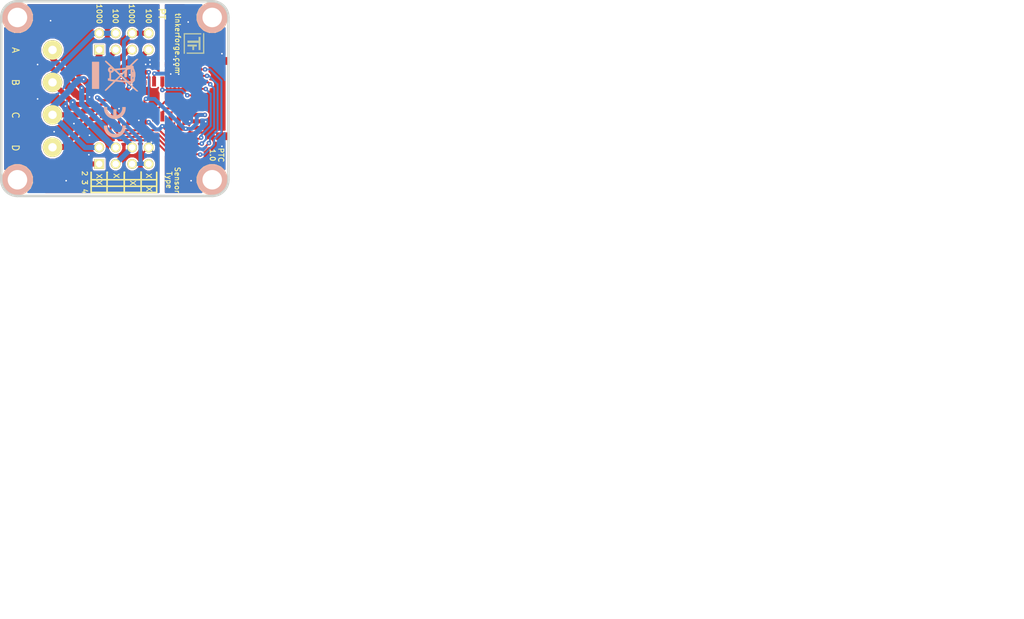
<source format=kicad_pcb>
(kicad_pcb (version 4) (host pcbnew 4.0.2+dfsg1-stable)
  (title_block (title "PTC Bricklet") (date "25 jun 2013") (rev 1.0) (company "Tinkerforge GmbH") (comment 1 "Licensed under CERN OHL v.1.1") (comment 2 "Copyright (©) 2013, B.Nordmeyer <bastian@tinkerforge.com>"))
  (layers (0 Vorderseite signal hide) (31 Rückseite signal hide) (34 B.Paste user) (35 F.Paste user) (36 B.SilkS user) (37 F.SilkS user) (38 B.Mask user) (39 F.Mask user) (44 Edge.Cuts user))
  (net 0 "")
  (net 1 AGND)
  (net 2 FORCE+)
  (net 3 FORCE-)
  (net 4 FORCE2)
  (net 5 GND)
  (net 6 RTDIN+)
  (net 7 RTDIN-)
  (net 8 VCC)
  (net 9 "Net-(C3-Pad1)")
  (net 10 "Net-(C4-Pad2)")
  (net 11 "Net-(C5-Pad2)")
  (net 12 "Net-(P1-Pad1)")
  (net 13 "Net-(P1-Pad4)")
  (net 14 "Net-(P1-Pad5)")
  (net 15 "Net-(P1-Pad6)")
  (net 16 "Net-(P1-Pad7)")
  (net 17 "Net-(P1-Pad8)")
  (net 18 "Net-(P1-Pad9)")
  (net 19 "Net-(P1-Pad10)")
  (net 20 "Net-(P2-Pad5)")
  (net 21 "Net-(P2-Pad6)")
  (net 22 "Net-(P2-Pad7)")
  (net 23 "Net-(R1-Pad2)")
  (net 24 "Net-(RP1-Pad1)")
  (net 25 "Net-(RP1-Pad2)")
  (net 26 "Net-(RP1-Pad3)")
  (net 27 "Net-(RP1-Pad4)")
  (net 28 "Net-(U1-Pad7)")
  (net 29 "Net-(U2-Pad17)")
  (net 30 "Net-(U2-Pad18)")
  (module kicad-libraries:AKL_5_2 (layer Vorderseite) (at 132.79882 89.94902 90)
    (fp_text reference J2)
    (fp_text value AKL_5_2)
    (pad 1 thru_hole circle (at -2.49936 0 90) (size 2.99974 2.99974) (drill 1.30048) (layers *.Cu *.Mask F.SilkS) (net 3 FORCE-))
    (pad 2 thru_hole circle (at 2.49936 0 90) (size 2.99974 2.99974) (drill 1.30048) (layers *.Cu *.Mask F.SilkS) (net 7 RTDIN-))
  )
  (module kicad-libraries:AKL_5_2 (layer Vorderseite) (at 132.79882 79.94904 90)
    (fp_text reference J1)
    (fp_text value AKL_5_2)
    (pad 1 thru_hole circle (at -2.49936 0 90) (size 2.99974 2.99974) (drill 1.30048) (layers *.Cu *.Mask F.SilkS) (net 6 RTDIN+))
    (pad 2 thru_hole circle (at 2.49936 0 90) (size 2.99974 2.99974) (drill 1.30048) (layers *.Cu *.Mask F.SilkS) (net 2 FORCE+))
  )
  (module kicad-libraries:CON-SENSOR (layer Vorderseite) (at 159.79902 84.9503 90)
    (fp_text reference P1)
    (fp_text value CON-SENSOR)
    (pad 1 smd rect (at -4.50088 -4.7752 90) (size 0.59944 1.5494) (layers Vorderseite F.Paste F.Mask) (net 12 "Net-(P1-Pad1)"))
    (pad 2 smd rect (at -3.50012 -4.7752 90) (size 0.59944 1.5494) (layers Vorderseite F.Paste F.Mask) (net 5 GND))
    (pad 3 smd rect (at -2.49936 -4.7752 90) (size 0.59944 1.5494) (layers Vorderseite F.Paste F.Mask) (net 8 VCC))
    (pad 4 smd rect (at -1.50114 -4.7752 90) (size 0.59944 1.5494) (layers Vorderseite F.Paste F.Mask) (net 13 "Net-(P1-Pad4)"))
    (pad 5 smd rect (at -0.50038 -4.7752 90) (size 0.59944 1.5494) (layers Vorderseite F.Paste F.Mask) (net 14 "Net-(P1-Pad5)"))
    (pad 6 smd rect (at 0.50038 -4.7752 90) (size 0.59944 1.5494) (layers Vorderseite F.Paste F.Mask) (net 15 "Net-(P1-Pad6)"))
    (pad 7 smd rect (at 1.50114 -4.7752 90) (size 0.59944 1.5494) (layers Vorderseite F.Paste F.Mask) (net 16 "Net-(P1-Pad7)"))
    (pad 8 smd rect (at 2.49936 -4.7752 90) (size 0.59944 1.5494) (layers Vorderseite F.Paste F.Mask) (net 17 "Net-(P1-Pad8)"))
    (pad 9 smd rect (at 3.50012 -4.7752 90) (size 0.59944 1.5494) (layers Vorderseite F.Paste F.Mask) (net 18 "Net-(P1-Pad9)"))
    (pad 10 smd rect (at 4.50088 -4.7752 90) (size 0.59944 1.5494) (layers Vorderseite F.Paste F.Mask) (net 19 "Net-(P1-Pad10)"))
    (pad EP smd rect (at -5.79882 -0.89916 90) (size 1.19888 1.80086) (layers Vorderseite F.Paste F.Mask) (net 5 GND))
    (pad EP smd rect (at 5.79882 -0.89916 90) (size 1.19888 1.80086) (layers Vorderseite F.Paste F.Mask) (net 5 GND))
  )
  (module kicad-libraries:DRILL_NP (layer Vorderseite) (at 157.40126 72.45096)
    (fp_text reference U6 hide)
    (fp_text value DRILL hide)
    (pad "" np_thru_hole circle (at 0 0) (size 2.99974 2.99974) (drill 2.99974) (layers *.Cu *.Mask F.SilkS) (clearance 0.89916))
  )
  (module kicad-libraries:DRILL_NP (layer Vorderseite) (at 157.40126 97.44964 90)
    (fp_text reference U3 hide)
    (fp_text value DRILL hide)
    (pad "" np_thru_hole circle (at 0 0 90) (size 2.99974 2.99974) (drill 2.99974) (layers *.Cu *.Mask F.SilkS) (clearance 0.89916))
  )
  (module kicad-libraries:DRILL_NP (layer Vorderseite) (at 127.39878 97.44964)
    (fp_text reference U4 hide)
    (fp_text value DRILL hide)
    (pad "" np_thru_hole circle (at 0 0) (size 2.99974 2.99974) (drill 2.99974) (layers *.Cu *.Mask F.SilkS) (clearance 0.89916))
  )
  (module kicad-libraries:DRILL_NP (layer Vorderseite) (at 127.39878 72.45096 90)
    (fp_text reference U5 hide)
    (fp_text value DRILL hide)
    (pad "" np_thru_hole circle (at 0 0 90) (size 2.99974 2.99974) (drill 2.99974) (layers *.Cu *.Mask F.SilkS) (clearance 0.89916))
  )
  (module kicad-libraries:SOIC8 (layer Vorderseite) (at 150.35022 85.0011 180)
    (fp_text reference U1)
    (fp_text value M24C64)
    (pad 1 smd rect (at -1.90246 2.69748) (size 0.59944 1.5494) (layers Vorderseite F.Paste F.Mask) (net 5 GND))
    (pad 2 smd rect (at -0.63246 2.69748) (size 0.59944 1.5494) (layers Vorderseite F.Paste F.Mask) (net 5 GND))
    (pad 3 smd rect (at 0.63246 2.69748) (size 0.59944 1.5494) (layers Vorderseite F.Paste F.Mask) (net 15 "Net-(P1-Pad6)"))
    (pad 4 smd rect (at 1.90246 2.69748) (size 0.59944 1.5494) (layers Vorderseite F.Paste F.Mask) (net 5 GND))
    (pad 5 smd rect (at 1.90246 -2.69748 180) (size 0.59944 1.5494) (layers Vorderseite F.Paste F.Mask) (net 14 "Net-(P1-Pad5)"))
    (pad 6 smd rect (at 0.63246 -2.69748 180) (size 0.59944 1.5494) (layers Vorderseite F.Paste F.Mask) (net 13 "Net-(P1-Pad4)"))
    (pad 7 smd rect (at -0.63246 -2.69748 180) (size 0.59944 1.5494) (layers Vorderseite F.Paste F.Mask) (net 28 "Net-(U1-Pad7)"))
    (pad 8 smd rect (at -1.90246 -2.69748 180) (size 0.59944 1.5494) (layers Vorderseite F.Paste F.Mask) (net 8 VCC))
  )
  (module kicad-libraries:Logo_31x31 (layer Vorderseite) (at 156.175 74.875 270)
    (fp_text reference G*** hide)
    (fp_text value Logo_31x31 hide)
  )
  (module kicad-libraries:Fiducial_Mark (layer Vorderseite) (at 153.9 71.5)
    (fp_text reference Fiducial_Mark hide)
    (fp_text value VAL** hide)
    (pad 1 smd circle (at 0 0) (size 1.00076 1.00076) (layers Vorderseite F.Paste F.Mask) (clearance 0.65024))
  )
  (module kicad-libraries:Fiducial_Mark (layer Vorderseite) (at 130.9 98.4)
    (fp_text reference Fiducial_Mark hide)
    (fp_text value VAL** hide)
    (pad 1 smd circle (at 0 0) (size 1.00076 1.00076) (layers Vorderseite F.Paste F.Mask) (clearance 0.65024))
  )
  (module kicad-libraries:CE_5mm (layer Rückseite) (at 142.4 88.55 90)
    (fp_text reference VAL hide)
    (fp_text value CE_5mm hide)
  )
  (module kicad-libraries:WEEE_7mm (layer Rückseite) (at 142.45 81.35 90)
    (fp_text reference VAL hide)
    (fp_text value WEEE_7mm hide)
  )
  (module kicad-libraries:0603X4 (layer Vorderseite) (at 152.325 92.325 90)
    (fp_text reference RP1)
    (fp_text value 100)
    (pad 1 smd rect (at 1.19888 -0.8509 90) (size 0.44958 0.89916) (layers Vorderseite F.Paste F.Mask) (net 24 "Net-(RP1-Pad1)"))
    (pad 2 smd rect (at 0.39878 -0.8509 90) (size 0.44958 0.89916) (layers Vorderseite F.Paste F.Mask) (net 25 "Net-(RP1-Pad2)"))
    (pad 3 smd rect (at -0.39878 -0.8509 90) (size 0.44958 0.89916) (layers Vorderseite F.Paste F.Mask) (net 26 "Net-(RP1-Pad3)"))
    (pad 4 smd rect (at -1.19888 -0.8509 90) (size 0.44958 0.89916) (layers Vorderseite F.Paste F.Mask) (net 27 "Net-(RP1-Pad4)"))
    (pad 5 smd rect (at -1.19888 0.8509 90) (size 0.44958 0.89916) (layers Vorderseite F.Paste F.Mask) (net 19 "Net-(P1-Pad10)"))
    (pad 6 smd rect (at -0.39878 0.8509 90) (size 0.44958 0.89916) (layers Vorderseite F.Paste F.Mask) (net 18 "Net-(P1-Pad9)"))
    (pad 7 smd rect (at 0.39878 0.8509 90) (size 0.44958 0.89916) (layers Vorderseite F.Paste F.Mask) (net 17 "Net-(P1-Pad8)"))
    (pad 8 smd rect (at 1.19888 0.8509 90) (size 0.44958 0.89916) (layers Vorderseite F.Paste F.Mask) (net 16 "Net-(P1-Pad7)"))
  )
  (module kicad-libraries:Fiducial_Mark (layer Vorderseite) (at 130.9 71.5)
    (fp_text reference Fiducial_Mark hide)
    (fp_text value VAL** hide)
    (pad 1 smd circle (at 0 0) (size 1.00076 1.00076) (layers Vorderseite F.Paste F.Mask) (clearance 0.65024))
  )
  (module kicad-libraries:C0603 (layer Vorderseite) (at 151.39924 89.60104 180)
    (fp_text reference C1)
    (fp_text value 100nF)
    (pad 1 smd rect (at -0.8001 0 180) (size 0.8001 0.8001) (layers Vorderseite F.Paste F.Mask) (net 8 VCC))
    (pad 2 smd rect (at 0.8001 0 180) (size 0.8001 0.8001) (layers Vorderseite F.Paste F.Mask) (net 5 GND))
  )
  (module kicad-libraries:C0603 (layer Vorderseite) (at 146.94916 86.70036 90)
    (fp_text reference C2)
    (fp_text value 100nF)
    (pad 1 smd rect (at -0.8001 0 90) (size 0.8001 0.8001) (layers Vorderseite F.Paste F.Mask) (net 5 GND))
    (pad 2 smd rect (at 0.8001 0 90) (size 0.8001 0.8001) (layers Vorderseite F.Paste F.Mask) (net 8 VCC))
  )
  (module kicad-libraries:C0603 (layer Vorderseite) (at 145.54962 81.6991 90)
    (fp_text reference C3)
    (fp_text value 100nF)
    (pad 1 smd rect (at -0.8001 0 90) (size 0.8001 0.8001) (layers Vorderseite F.Paste F.Mask) (net 9 "Net-(C3-Pad1)"))
    (pad 2 smd rect (at 0.8001 0 90) (size 0.8001 0.8001) (layers Vorderseite F.Paste F.Mask) (net 1 AGND))
  )
  (module kicad-libraries:C0603 (layer Vorderseite) (at 140.14958 81.6991 90)
    (fp_text reference C4)
    (fp_text value 10nF)
    (pad 1 smd rect (at -0.8001 0 90) (size 0.8001 0.8001) (layers Vorderseite F.Paste F.Mask) (net 7 RTDIN-))
    (pad 2 smd rect (at 0.8001 0 90) (size 0.8001 0.8001) (layers Vorderseite F.Paste F.Mask) (net 10 "Net-(C4-Pad2)"))
  )
  (module kicad-libraries:C0603 (layer Vorderseite) (at 138.69924 81.6991 90)
    (fp_text reference C5)
    (fp_text value 100nF)
    (pad 1 smd rect (at -0.8001 0 90) (size 0.8001 0.8001) (layers Vorderseite F.Paste F.Mask) (net 7 RTDIN-))
    (pad 2 smd rect (at 0.8001 0 90) (size 0.8001 0.8001) (layers Vorderseite F.Paste F.Mask) (net 11 "Net-(C5-Pad2)"))
  )
  (module kicad-libraries:C0603 (layer Vorderseite) (at 149.69998 79.70012 180)
    (fp_text reference FB1)
    (fp_text value FB)
    (pad 1 smd rect (at -0.8001 0 180) (size 0.8001 0.8001) (layers Vorderseite F.Paste F.Mask) (net 5 GND))
    (pad 2 smd rect (at 0.8001 0 180) (size 0.8001 0.8001) (layers Vorderseite F.Paste F.Mask) (net 1 AGND))
  )
  (module kicad-libraries:C0603 (layer Vorderseite) (at 146.9009 81.6991 90)
    (fp_text reference FB2)
    (fp_text value FB)
    (pad 1 smd rect (at -0.8001 0 90) (size 0.8001 0.8001) (layers Vorderseite F.Paste F.Mask) (net 9 "Net-(C3-Pad1)"))
    (pad 2 smd rect (at 0.8001 0 90) (size 0.8001 0.8001) (layers Vorderseite F.Paste F.Mask) (net 8 VCC))
  )
  (module kicad-libraries:R0805 (layer Vorderseite) (at 143.4 81.5 270)
    (fp_text reference R1)
    (fp_text value "390 0.1%")
    (pad 1 smd rect (at -1.00076 0 270) (size 1.00076 1.24968) (layers Vorderseite F.Paste F.Mask) (net 22 "Net-(P2-Pad7)") (clearance 0.14986))
    (pad 2 smd rect (at 1.00076 0 270) (size 1.00076 1.24968) (layers Vorderseite F.Paste F.Mask) (net 23 "Net-(R1-Pad2)") (clearance 0.14986))
  )
  (module kicad-libraries:R0805 (layer Vorderseite) (at 141.8 81.5 270)
    (fp_text reference R2)
    (fp_text value "3k9 0.1%")
    (pad 1 smd rect (at -1.00076 0 270) (size 1.00076 1.24968) (layers Vorderseite F.Paste F.Mask) (net 20 "Net-(P2-Pad5)") (clearance 0.14986))
    (pad 2 smd rect (at 1.00076 0 270) (size 1.00076 1.24968) (layers Vorderseite F.Paste F.Mask) (net 23 "Net-(R1-Pad2)") (clearance 0.14986))
  )
  (module kicad-libraries:QFN-20-5x5 (layer Vorderseite) (at 143.05026 86.4997 180)
    (fp_text reference U2)
    (fp_text value MAX31865)
    (pad 1 smd rect (at -1.29794 2.3876) (size 0.34798 1.14808) (layers Vorderseite F.Paste F.Mask) (net 21 "Net-(P2-Pad6)"))
    (pad 2 smd rect (at -0.6477 2.3876) (size 0.34798 1.14808) (layers Vorderseite F.Paste F.Mask) (net 21 "Net-(P2-Pad6)"))
    (pad 3 smd rect (at 0 2.3876) (size 0.34798 1.14808) (layers Vorderseite F.Paste F.Mask) (net 23 "Net-(R1-Pad2)"))
    (pad 4 smd rect (at 0.6477 2.3876) (size 0.34798 1.14808) (layers Vorderseite F.Paste F.Mask) (net 23 "Net-(R1-Pad2)"))
    (pad 5 smd rect (at 1.29794 2.3876) (size 0.34798 1.14808) (layers Vorderseite F.Paste F.Mask) (net 2 FORCE+))
    (pad 6 smd rect (at 2.3876 1.29794 90) (size 0.34798 1.14808) (layers Vorderseite F.Paste F.Mask) (net 4 FORCE2))
    (pad 7 smd rect (at 2.3876 0.6477 90) (size 0.34798 1.14808) (layers Vorderseite F.Paste F.Mask) (net 6 RTDIN+))
    (pad 8 smd rect (at 2.3876 0 90) (size 0.34798 1.14808) (layers Vorderseite F.Paste F.Mask) (net 7 RTDIN-))
    (pad 9 smd rect (at 2.3876 -0.6477 90) (size 0.34798 1.14808) (layers Vorderseite F.Paste F.Mask) (net 3 FORCE-))
    (pad 10 smd rect (at 2.3876 -1.29794 90) (size 0.34798 1.14808) (layers Vorderseite F.Paste F.Mask) (net 1 AGND))
    (pad 11 smd rect (at 1.29794 -2.3876 180) (size 0.34798 1.14808) (layers Vorderseite F.Paste F.Mask) (net 27 "Net-(RP1-Pad4)"))
    (pad 12 smd rect (at 0.6477 -2.3876 180) (size 0.34798 1.14808) (layers Vorderseite F.Paste F.Mask) (net 26 "Net-(RP1-Pad3)"))
    (pad 13 smd rect (at 0 -2.3876 180) (size 0.34798 1.14808) (layers Vorderseite F.Paste F.Mask) (net 25 "Net-(RP1-Pad2)"))
    (pad 14 smd rect (at -0.6477 -2.3876 180) (size 0.34798 1.14808) (layers Vorderseite F.Paste F.Mask) (net 24 "Net-(RP1-Pad1)"))
    (pad 15 smd rect (at -1.29794 -2.3876 180) (size 0.34798 1.14808) (layers Vorderseite F.Paste F.Mask) (net 5 GND))
    (pad 16 smd rect (at -2.3876 -1.29794 270) (size 0.34798 1.14808) (layers Vorderseite F.Paste F.Mask) (net 1 AGND))
    (pad 17 smd rect (at -2.3876 -0.6477 270) (size 0.34798 1.14808) (layers Vorderseite F.Paste F.Mask) (net 29 "Net-(U2-Pad17)"))
    (pad 18 smd rect (at -2.3876 0 270) (size 0.34798 1.14808) (layers Vorderseite F.Paste F.Mask) (net 30 "Net-(U2-Pad18)"))
    (pad 19 smd rect (at -2.3876 0.6477 270) (size 0.34798 1.14808) (layers Vorderseite F.Paste F.Mask) (net 8 VCC))
    (pad 20 smd rect (at -2.3876 1.29794 270) (size 0.34798 1.14808) (layers Vorderseite F.Paste F.Mask) (net 9 "Net-(C3-Pad1)"))
    (pad EP smd rect (at 0 0 180) (size 2.49936 2.49936) (layers Vorderseite F.Paste F.Mask) (net 1 AGND))
  )
  (module kicad-libraries:pin_array_4x2 (layer Vorderseite) (at 143.79956 76.1492)
    (fp_text reference P2)
    (fp_text value CONN_02X04 hide)
    (pad 1 thru_hole rect (at -3.81 1.27) (size 1.524 1.524) (drill 1.016) (layers *.Cu *.Mask F.SilkS) (net 11 "Net-(C5-Pad2)"))
    (pad 2 thru_hole circle (at -3.81 -1.27) (size 1.524 1.524) (drill 1.016) (layers *.Cu *.Mask F.SilkS) (net 6 RTDIN+))
    (pad 3 thru_hole circle (at -1.27 1.27) (size 1.524 1.524) (drill 1.016) (layers *.Cu *.Mask F.SilkS) (net 10 "Net-(C4-Pad2)"))
    (pad 4 thru_hole circle (at -1.27 -1.27) (size 1.524 1.524) (drill 1.016) (layers *.Cu *.Mask F.SilkS) (net 6 RTDIN+))
    (pad 5 thru_hole circle (at 1.27 1.27) (size 1.524 1.524) (drill 1.016) (layers *.Cu *.Mask F.SilkS) (net 20 "Net-(P2-Pad5)"))
    (pad 6 thru_hole circle (at 1.27 -1.27) (size 1.524 1.524) (drill 1.016) (layers *.Cu *.Mask F.SilkS) (net 21 "Net-(P2-Pad6)"))
    (pad 7 thru_hole circle (at 3.81 1.27) (size 1.524 1.524) (drill 1.016) (layers *.Cu *.Mask F.SilkS) (net 22 "Net-(P2-Pad7)"))
    (pad 8 thru_hole circle (at 3.81 -1.27) (size 1.524 1.524) (drill 1.016) (layers *.Cu *.Mask F.SilkS) (net 21 "Net-(P2-Pad6)"))
  )
  (module kicad-libraries:pin_array_4x2 (layer Vorderseite) (at 143.79956 93.74886)
    (fp_text reference P3)
    (fp_text value CONN_02X04 hide)
    (pad 1 thru_hole rect (at -3.81 1.27) (size 1.524 1.524) (drill 1.016) (layers *.Cu *.Mask F.SilkS) (net 3 FORCE-))
    (pad 2 thru_hole circle (at -3.81 -1.27) (size 1.524 1.524) (drill 1.016) (layers *.Cu *.Mask F.SilkS) (net 7 RTDIN-))
    (pad 3 thru_hole circle (at -1.27 1.27) (size 1.524 1.524) (drill 1.016) (layers *.Cu *.Mask F.SilkS) (net 2 FORCE+))
    (pad 4 thru_hole circle (at -1.27 -1.27) (size 1.524 1.524) (drill 1.016) (layers *.Cu *.Mask F.SilkS) (net 6 RTDIN+))
    (pad 5 thru_hole circle (at 1.27 1.27) (size 1.524 1.524) (drill 1.016) (layers *.Cu *.Mask F.SilkS) (net 4 FORCE2))
    (pad 6 thru_hole circle (at 1.27 -1.27) (size 1.524 1.524) (drill 1.016) (layers *.Cu *.Mask F.SilkS) (net 2 FORCE+))
    (pad 7 thru_hole circle (at 3.81 1.27) (size 1.524 1.524) (drill 1.016) (layers *.Cu *.Mask F.SilkS) (net 4 FORCE2))
    (pad 8 thru_hole circle (at 3.81 -1.27) (size 1.524 1.524) (drill 1.016) (layers *.Cu *.Mask F.SilkS) (net 1 AGND))
  )
  (gr_text X (at 147.74926 98.89998 90) (layer F.SilkS) (effects (font (size 0.8001 0.8001) (thickness 0.14986))))
  (gr_text X (at 147.701 96.8502 90) (layer F.SilkS) (effects (font (size 0.8001 0.8001) (thickness 0.14986))))
  (gr_text X (at 145.2499 97.95002 90) (layer F.SilkS) (effects (font (size 0.8001 0.8001) (thickness 0.14986))))
  (gr_text X (at 142.69974 96.8502 90) (layer F.SilkS) (effects (font (size 0.8001 0.8001) (thickness 0.14986))))
  (gr_text X (at 140.05052 97.89922 90) (layer F.SilkS) (effects (font (size 0.8001 0.8001) (thickness 0.14986))))
  (gr_text X (at 140.05052 96.901 90) (layer F.SilkS) (effects (font (size 0.8001 0.8001) (thickness 0.14986))))
  (gr_text "2 3 4" (at 137.74928 97.85096 270) (layer F.SilkS) (effects (font (size 0.8001 0.8001) (thickness 0.14986))))
  (gr_line (start 138.75004 98.4504) (end 138.75004 98.3996) (angle 90) (layer F.SilkS) (width 0.24892))
  (gr_line (start 148.84908 98.4504) (end 138.75004 98.4504) (angle 90) (layer F.SilkS) (width 0.24892))
  (gr_line (start 138.75004 97.44964) (end 148.84908 97.44964) (angle 90) (layer F.SilkS) (width 0.24892))
  (gr_line (start 141.20114 96.29902) (end 141.2494 96.29902) (angle 90) (layer F.SilkS) (width 0.24892))
  (gr_line (start 141.20114 99.40036) (end 141.20114 96.29902) (angle 90) (layer F.SilkS) (width 0.24892))
  (gr_line (start 143.85036 96.29902) (end 143.90116 96.29902) (angle 90) (layer F.SilkS) (width 0.24892))
  (gr_line (start 143.85036 99.45116) (end 143.85036 96.29902) (angle 90) (layer F.SilkS) (width 0.24892))
  (gr_line (start 146.44878 99.40036) (end 146.44878 96.25076) (angle 90) (layer F.SilkS) (width 0.24892))
  (gr_line (start 148.84908 99.40036) (end 148.84908 96.29902) (angle 90) (layer F.SilkS) (width 0.24892))
  (gr_line (start 138.75004 99.40036) (end 148.84908 99.40036) (angle 90) (layer F.SilkS) (width 0.24892))
  (gr_line (start 138.75004 96.29902) (end 138.75004 99.40036) (angle 90) (layer F.SilkS) (width 0.24892))
  (gr_text "A     B     C     D" (at 127.09906 85.04936 270) (layer F.SilkS) (effects (font (size 1.04902 1.04902) (thickness 0.14986))))
  (gr_text "PTC\n1.0" (at 158.1 93.65 270) (layer F.SilkS) (effects (font (size 0.8001 0.8001) (thickness 0.14986))))
  (gr_text tinkerforge.com (at 152.1 76.45 270) (layer F.SilkS) (effects (font (size 0.8001 0.8001) (thickness 0.14986))))
  (gr_text "Sensor\nType" (at 151.39924 97.50044 270) (layer F.SilkS) (effects (font (size 0.8001 0.8001) (thickness 0.14986))))
  (gr_text PT (at 149.64918 71.89978 270) (layer F.SilkS) (effects (font (size 1.00076 1.00076) (thickness 0.20066))))
  (gr_line (start 124.89942 97.44964) (end 124.89942 72.45096) (angle 90) (layer Edge.Cuts) (width 0.381))
  (gr_line (start 159.90062 72.45096) (end 159.90062 97.44964) (angle 90) (layer Edge.Cuts) (width 0.381))
  (gr_line (start 127.39878 69.94906) (end 157.40126 69.94906) (angle 90) (layer Edge.Cuts) (width 0.381))
  (gr_text 1000 (at 139.99972 71.89978 270) (layer F.SilkS) (effects (font (size 0.8001 0.8001) (thickness 0.14986))))
  (gr_text 100 (at 142.49908 72.2503 270) (layer F.SilkS) (effects (font (size 0.8001 0.8001) (thickness 0.14986))))
  (gr_text 1000 (at 145.00098 71.89978 270) (layer F.SilkS) (effects (font (size 0.8001 0.8001) (thickness 0.14986))))
  (gr_text 100 (at 147.5994 72.2503 270) (layer F.SilkS) (effects (font (size 0.8001 0.8001) (thickness 0.14986))))
  (gr_line (start 157.40126 99.949) (end 127.39878 99.949) (angle 90) (layer Edge.Cuts) (width 0.381))
  (gr_arc (start 157.40126 97.44964) (end 159.90062 97.44964) (angle 90) (layer Edge.Cuts) (width 0.381))
  (gr_arc (start 157.40126 72.45096) (end 157.40126 69.9516) (angle 90) (layer Edge.Cuts) (width 0.381))
  (gr_arc (start 127.40132 72.45096) (end 124.89942 72.45096) (angle 90) (layer Edge.Cuts) (width 0.381))
  (gr_arc (start 127.40132 97.44964) (end 127.40132 99.949) (angle 90) (layer Edge.Cuts) (width 0.381))
  (segment (start 130.50012 88.00084) (end 130.50012 85.0011) (width 0.29972) (layer Vorderseite) (net 1))
  (segment (start 132.5499 90.05062) (end 130.50012 88.00084) (width 0.29972) (layer Vorderseite) (net 1))
  (segment (start 130.50012 79.70012) (end 130.50012 85.0011) (width 0.29972) (layer Vorderseite) (net 1))
  (via (at 132.4991 72.9488) (size 0.70104) (layers Vorderseite Rückseite) (net 1))
  (segment (start 130.50012 74.94778) (end 132.4991 72.9488) (width 0.29972) (layer Vorderseite) (net 1))
  (segment (start 143.05026 86.4997) (end 143.05026 85.34908) (width 0.29972) (layer Rückseite) (net 1))
  (via (at 138.50112 84.69884) (size 0.70104) (layers Vorderseite Rückseite) (net 1))
  (segment (start 139.49934 83.70062) (end 138.50112 84.69884) (width 0.29972) (layer Rückseite) (net 1))
  (segment (start 141.4018 83.70062) (end 139.49934 83.70062) (width 0.29972) (layer Rückseite) (net 1))
  (segment (start 143.05026 85.34908) (end 141.4018 83.70062) (width 0.29972) (layer Rückseite) (net 1))
  (segment (start 147.83054 79.66964) (end 147.83054 79.02956) (width 0.29972) (layer Vorderseite) (net 1))
  (via (at 147.83054 79.66964) (size 0.70104) (layers Vorderseite Rückseite) (net 1))
  (via (at 147.80006 78.99908) (size 0.70104) (layers Vorderseite Rückseite) (net 1))
  (segment (start 147.83054 79.02956) (end 147.80006 78.99908) (width 0.29972) (layer Vorderseite) (net 1))
  (segment (start 136.10082 88.80094) (end 136.10082 88.50122) (width 0.29972) (layer Rückseite) (net 1))
  (segment (start 137.89914 90.59926) (end 136.10082 88.80094) (width 0.29972) (layer Rückseite) (net 1))
  (via (at 130.50012 85.0011) (size 0.70104) (layers Vorderseite Rückseite) (net 1))
  (segment (start 136.10082 88.80094) (end 134.29996 88.80094) (width 0.29972) (layer Vorderseite) (net 1))
  (via (at 136.10082 88.80094) (size 0.70104) (layers Vorderseite Rückseite) (net 1))
  (via (at 133.05028 90.05062) (size 0.70104) (layers Vorderseite Rückseite) (net 1))
  (segment (start 134.29996 88.80094) (end 133.05028 90.05062) (width 0.29972) (layer Vorderseite) (net 1))
  (segment (start 133.05028 90.05062) (end 132.5499 90.05062) (width 0.29972) (layer Vorderseite) (net 1))
  (via (at 130.50012 79.70012) (size 0.70104) (layers Vorderseite Rückseite) (net 1))
  (segment (start 130.50012 79.70012) (end 130.50012 74.94778) (width 0.29972) (layer Vorderseite) (net 1))
  (segment (start 138.39952 94.09938) (end 134.8994 97.5995) (width 0.29972) (layer Rückseite) (net 1))
  (via (at 134.8994 97.5995) (size 0.70104) (layers Vorderseite Rückseite) (net 1))
  (segment (start 134.8994 97.5995) (end 134.85114 97.55124) (width 0.29972) (layer Vorderseite) (net 1))
  (segment (start 134.85114 97.55124) (end 134.85114 97.50044) (width 0.29972) (layer Vorderseite) (net 1))
  (segment (start 138.50112 90.59926) (end 138.50112 93.4974) (width 0.29972) (layer Vorderseite) (net 1))
  (via (at 138.39952 93.599) (size 0.70104) (layers Vorderseite Rückseite) (net 1))
  (segment (start 138.50112 93.4974) (end 138.39952 93.599) (width 0.29972) (layer Vorderseite) (net 1))
  (segment (start 138.39952 93.599) (end 138.39952 94.09938) (width 0.29972) (layer Rückseite) (net 1))
  (segment (start 143.05026 86.4997) (end 143.97498 85.57498) (width 0.59944) (layer Rückseite) (net 1))
  (segment (start 136.10082 88.50122) (end 134.80034 87.20074) (width 0.29972) (layer Rückseite) (net 1))
  (segment (start 134.80034 87.20074) (end 134.80034 86.10092) (width 0.29972) (layer Rückseite) (net 1))
  (via (at 134.80034 86.10092) (size 0.70104) (layers Vorderseite Rückseite) (net 1))
  (segment (start 138.50112 90.59926) (end 137.89914 90.59926) (width 0.29972) (layer Rückseite) (net 1))
  (segment (start 140.66266 88.43772) (end 138.50112 90.59926) (width 0.29972) (layer Vorderseite) (net 1))
  (via (at 138.50112 90.59926) (size 0.70104) (layers Vorderseite Rückseite) (net 1))
  (segment (start 140.66266 87.79764) (end 140.66266 88.43772) (width 0.29972) (layer Vorderseite) (net 1))
  (segment (start 147.60956 89.80932) (end 146.1008 88.30056) (width 0.59944) (layer Rückseite) (net 1))
  (segment (start 147.60956 92.47886) (end 147.60956 89.80932) (width 0.59944) (layer Rückseite) (net 1))
  (segment (start 145.43786 87.79764) (end 145.59788 87.79764) (width 0.29972) (layer Vorderseite) (net 1))
  (segment (start 144.57934 86.4997) (end 143.05026 86.4997) (width 0.59944) (layer Rückseite) (net 1))
  (segment (start 146.1008 88.02116) (end 144.57934 86.4997) (width 0.59944) (layer Rückseite) (net 1))
  (via (at 143.05026 86.4997) (size 0.70104) (layers Vorderseite Rückseite) (net 1))
  (segment (start 145.10258 80.899) (end 144.70126 81.30032) (width 0.59944) (layer Vorderseite) (net 1))
  (via (at 144.70126 81.30032) (size 0.70104) (layers Vorderseite Rückseite) (net 1))
  (segment (start 145.54962 80.899) (end 145.10258 80.899) (width 0.59944) (layer Vorderseite) (net 1))
  (segment (start 141.75232 87.79764) (end 143.05026 86.4997) (width 0.29972) (layer Vorderseite) (net 1))
  (segment (start 141.75232 87.79764) (end 140.66266 87.79764) (width 0.29972) (layer Vorderseite) (net 1))
  (segment (start 145.5293 82.12836) (end 144.70126 81.30032) (width 0.59944) (layer Rückseite) (net 1))
  (segment (start 144.70126 81.30032) (end 145.5293 81.30032) (width 0.59944) (layer Rückseite) (net 1))
  (segment (start 147.15998 79.66964) (end 147.14982 79.6798) (width 0.59944) (layer Vorderseite) (net 1))
  (via (at 147.14982 79.6798) (size 0.70104) (layers Vorderseite Rückseite) (net 1))
  (segment (start 147.8407 79.65948) (end 148.57984 79.65948) (width 0.59944) (layer Vorderseite) (net 1))
  (segment (start 147.8407 79.65948) (end 147.83054 79.66964) (width 0.59944) (layer Vorderseite) (net 1))
  (segment (start 147.83054 79.66964) (end 147.15998 79.66964) (width 0.59944) (layer Vorderseite) (net 1))
  (segment (start 145.5293 81.30032) (end 147.14982 79.6798) (width 0.59944) (layer Rückseite) (net 1))
  (segment (start 146.1008 88.30056) (end 146.1008 88.02116) (width 0.59944) (layer Rückseite) (net 1))
  (segment (start 145.59788 87.79764) (end 146.1008 88.30056) (width 0.29972) (layer Vorderseite) (net 1))
  (via (at 146.1008 88.30056) (size 0.70104) (layers Vorderseite Rückseite) (net 1))
  (segment (start 145.82502 85.57498) (end 146.3 85.1) (width 0.59944) (layer Rückseite) (net 1))
  (segment (start 146.3 85.1) (end 146.3 82.89906) (width 0.59944) (layer Rückseite) (net 1))
  (segment (start 146.3 82.89906) (end 145.5293 82.12836) (width 0.59944) (layer Rückseite) (net 1))
  (segment (start 143.97498 85.57498) (end 145.82502 85.57498) (width 0.59944) (layer Rückseite) (net 1))
  (segment (start 141.75232 84.1121) (end 141.75232 84.05368) (width 0.29972) (layer Vorderseite) (net 2))
  (segment (start 137.69848 83.69808) (end 137.2997 83.2993) (width 0.8001) (layer Vorderseite) (net 2))
  (segment (start 141.39672 83.69808) (end 137.69848 83.69808) (width 0.8001) (layer Vorderseite) (net 2))
  (segment (start 141.75232 84.05368) (end 141.39672 83.69808) (width 0.29972) (layer Vorderseite) (net 2))
  (segment (start 143.52524 90.77452) (end 142.27556 90.77452) (width 0.8001) (layer Rückseite) (net 2))
  (via (at 137.2997 83.2993) (size 0.70104) (layers Vorderseite Rückseite) (net 2))
  (segment (start 137.2997 85.79866) (end 137.2997 83.2993) (width 0.8001) (layer Rückseite) (net 2))
  (segment (start 142.27556 90.77452) (end 137.2997 85.79866) (width 0.8001) (layer Rückseite) (net 2))
  (segment (start 145.06956 92.47886) (end 145.06956 92.31884) (width 0.8001) (layer Rückseite) (net 2))
  (segment (start 145.06956 92.31884) (end 143.52524 90.77452) (width 0.8001) (layer Rückseite) (net 2))
  (segment (start 142.52956 95.01886) (end 145.06956 92.47886) (width 0.8001) (layer Rückseite) (net 2))
  (segment (start 137.2997 83.2993) (end 132.79882 78.79842) (width 0.8001) (layer Vorderseite) (net 2))
  (segment (start 132.79882 78.79842) (end 132.79882 77.44968) (width 0.8001) (layer Vorderseite) (net 2))
  (segment (start 139.98956 95.01886) (end 138.16838 95.01886) (width 0.8001) (layer Vorderseite) (net 3))
  (segment (start 135.001 91.85148) (end 135.001 91.84894) (width 0.8001) (layer Vorderseite) (net 3))
  (segment (start 138.16838 95.01886) (end 135.001 91.85148) (width 0.8001) (layer Vorderseite) (net 3))
  (segment (start 139.14882 88.00084) (end 138.8491 88.00084) (width 0.8001) (layer Vorderseite) (net 3))
  (segment (start 139.25296 87.8967) (end 139.14882 88.00084) (width 0.29972) (layer Vorderseite) (net 3))
  (segment (start 139.25296 87.69858) (end 139.25296 87.8967) (width 0.29972) (layer Vorderseite) (net 3))
  (segment (start 134.40156 92.44838) (end 132.79882 92.44838) (width 0.8001) (layer Vorderseite) (net 3))
  (segment (start 138.8491 88.00084) (end 135.001 91.84894) (width 0.8001) (layer Vorderseite) (net 3))
  (segment (start 135.001 91.84894) (end 134.40156 92.44838) (width 0.8001) (layer Vorderseite) (net 3))
  (segment (start 140.66266 87.1474) (end 139.80414 87.1474) (width 0.29972) (layer Vorderseite) (net 3))
  (segment (start 139.80414 87.1474) (end 139.25296 87.69858) (width 0.29972) (layer Vorderseite) (net 3))
  (segment (start 139.25296 87.69858) (end 139.25042 87.70112) (width 0.29972) (layer Vorderseite) (net 3))
  (segment (start 139.7 84.80044) (end 139.8397 84.80044) (width 0.59944) (layer Rückseite) (net 4))
  (segment (start 139.7508 84.85124) (end 139.7 84.80044) (width 0.29972) (layer Vorderseite) (net 4))
  (via (at 139.7 84.80044) (size 0.70104) (layers Vorderseite Rückseite) (net 4))
  (segment (start 140.66266 85.20176) (end 139.9032 85.20176) (width 0.29972) (layer Vorderseite) (net 4))
  (segment (start 139.9032 85.20176) (end 139.7508 85.04936) (width 0.29972) (layer Vorderseite) (net 4))
  (segment (start 139.7508 85.04936) (end 139.7508 84.85124) (width 0.29972) (layer Vorderseite) (net 4))
  (segment (start 146.33956 94.63786) (end 146.72056 95.01886) (width 0.59944) (layer Rückseite) (net 4))
  (segment (start 146.33956 91.3003) (end 146.33956 94.63786) (width 0.59944) (layer Rückseite) (net 4))
  (segment (start 139.8397 84.80044) (end 146.33956 91.3003) (width 0.59944) (layer Rückseite) (net 4))
  (segment (start 146.40052 94.69882) (end 146.72056 95.01886) (width 0.29972) (layer Rückseite) (net 4))
  (segment (start 145.06956 95.01886) (end 146.72056 95.01886) (width 0.59944) (layer Rückseite) (net 4))
  (segment (start 146.72056 95.01886) (end 147.60956 95.01886) (width 0.59944) (layer Rückseite) (net 4))
  (segment (start 150.94966 81.09966) (end 148.5011 81.09966) (width 0.59944) (layer Rückseite) (net 5))
  (via (at 148.5011 81.09966) (size 0.70104) (layers Vorderseite Rückseite) (net 5))
  (segment (start 148.44776 81.153) (end 148.44776 82.30362) (width 0.29972) (layer Vorderseite) (net 5))
  (segment (start 148.44776 81.153) (end 148.5011 81.09966) (width 0.29972) (layer Vorderseite) (net 5))
  (segment (start 150.98268 82.30362) (end 150.98268 81.18856) (width 0.29972) (layer Vorderseite) (net 5))
  (segment (start 152.23998 81.18094) (end 152.21966 81.16062) (width 0.29972) (layer Rückseite) (net 5))
  (segment (start 152.21966 81.16062) (end 151.01062 81.16062) (width 0.29972) (layer Rückseite) (net 5))
  (via (at 158.89986 78.0288) (size 0.70104) (layers Vorderseite Rückseite) (net 5))
  (segment (start 158.89986 78.0288) (end 157.25902 79.66964) (width 0.29972) (layer Rückseite) (net 5))
  (segment (start 157.25902 79.66964) (end 151.50084 79.66964) (width 0.29972) (layer Rückseite) (net 5))
  (via (at 152.23998 81.18094) (size 0.70104) (layers Vorderseite Rückseite) (net 5))
  (segment (start 153.92908 86.4616) (end 154.86126 85.52942) (width 0.29972) (layer Rückseite) (net 5))
  (segment (start 152.25268 81.19364) (end 152.23998 81.18094) (width 0.29972) (layer Vorderseite) (net 5))
  (segment (start 152.25268 82.30362) (end 152.25268 81.19364) (width 0.29972) (layer Vorderseite) (net 5))
  (segment (start 154.86126 85.52942) (end 154.86126 82.58048) (width 0.29972) (layer Rückseite) (net 5))
  (segment (start 154.86126 82.58048) (end 153.46172 81.18094) (width 0.29972) (layer Rückseite) (net 5))
  (segment (start 153.46172 81.18094) (end 152.23998 81.18094) (width 0.29972) (layer Rückseite) (net 5))
  (segment (start 155.02382 88.45042) (end 153.92908 88.45042) (width 0.59944) (layer Vorderseite) (net 5))
  (segment (start 156.4005 88.50122) (end 158.04896 88.50122) (width 0.29972) (layer Vorderseite) (net 5))
  (segment (start 158.89986 89.35212) (end 158.89986 92.30106) (width 0.29972) (layer Vorderseite) (net 5))
  (segment (start 158.04896 88.50122) (end 158.89986 89.35212) (width 0.29972) (layer Vorderseite) (net 5))
  (segment (start 158.89986 92.30106) (end 158.24708 92.30106) (width 0.29972) (layer Rückseite) (net 5))
  (segment (start 158.24708 92.30106) (end 154.15006 96.39808) (width 0.29972) (layer Rückseite) (net 5))
  (segment (start 154.15006 96.39808) (end 154.15006 97.5995) (width 0.29972) (layer Rückseite) (net 5))
  (via (at 154.15006 97.5995) (size 0.70104) (layers Vorderseite Rückseite) (net 5))
  (via (at 158.89986 92.30106) (size 0.70104) (layers Vorderseite Rückseite) (net 5))
  (segment (start 158.89986 90.74912) (end 158.89986 92.30106) (width 0.29972) (layer Vorderseite) (net 5))
  (segment (start 151.50084 78.90002) (end 151.50084 75.3491) (width 0.29972) (layer Vorderseite) (net 5))
  (via (at 151.50084 78.90002) (size 0.70104) (layers Vorderseite Rückseite) (net 5))
  (segment (start 151.50084 79.70012) (end 151.50084 78.90002) (width 0.8001) (layer Vorderseite) (net 5))
  (via (at 153.70048 73.14946) (size 0.70104) (layers Vorderseite Rückseite) (net 5))
  (segment (start 151.50084 75.3491) (end 153.70048 73.14946) (width 0.29972) (layer Vorderseite) (net 5))
  (segment (start 158.89986 79.15148) (end 158.89986 78.0288) (width 0.29972) (layer Vorderseite) (net 5))
  (via (at 151.01062 81.16062) (size 0.70104) (layers Vorderseite Rückseite) (net 5))
  (segment (start 151.01062 81.16062) (end 150.94966 81.09966) (width 0.29972) (layer Rückseite) (net 5))
  (via (at 156.4005 88.50122) (size 0.70104) (layers Vorderseite Rückseite) (net 5))
  (segment (start 156.3497 88.45042) (end 156.4005 88.50122) (width 0.59944) (layer Vorderseite) (net 5))
  (via (at 147.5994 88.57996) (size 0.70104) (layers Vorderseite Rückseite) (net 5))
  (segment (start 156.4005 88.80094) (end 154.70124 90.5002) (width 0.59944) (layer Rückseite) (net 5))
  (segment (start 154.70124 90.5002) (end 151.89962 90.5002) (width 0.59944) (layer Rückseite) (net 5))
  (segment (start 151.89962 90.5002) (end 150.6093 89.20988) (width 0.59944) (layer Rückseite) (net 5))
  (segment (start 146.94916 87.88908) (end 146.94916 87.50046) (width 0.59944) (layer Vorderseite) (net 5))
  (segment (start 150.89886 79.66964) (end 151.01062 79.7814) (width 0.29972) (layer Rückseite) (net 5))
  (segment (start 151.01062 79.7814) (end 151.01062 81.16062) (width 0.29972) (layer Rückseite) (net 5))
  (segment (start 147.51812 88.66124) (end 146.9898 88.66124) (width 0.59944) (layer Vorderseite) (net 5))
  (segment (start 145.11274 88.8873) (end 145.15084 88.8492) (width 0.29972) (layer Vorderseite) (net 5))
  (segment (start 147.51812 88.66124) (end 147.5994 88.57996) (width 0.59944) (layer Vorderseite) (net 5))
  (segment (start 145.4658 89.16416) (end 145.15084 88.8492) (width 0.59944) (layer Vorderseite) (net 5))
  (segment (start 146.94916 87.88908) (end 146.9898 87.92972) (width 0.59944) (layer Vorderseite) (net 5))
  (segment (start 144.3482 88.8873) (end 145.11274 88.8873) (width 0.29972) (layer Vorderseite) (net 5))
  (segment (start 150.98268 81.18856) (end 151.01062 81.16062) (width 0.29972) (layer Vorderseite) (net 5))
  (segment (start 151.50084 79.66964) (end 150.89886 79.66964) (width 0.29972) (layer Rückseite) (net 5))
  (segment (start 148.71954 89.7001) (end 147.5994 88.57996) (width 0.59944) (layer Rückseite) (net 5))
  (via (at 153.92908 88.45042) (size 0.70104) (layers Vorderseite Rückseite) (net 5))
  (segment (start 148.71954 89.7001) (end 149.21992 89.7001) (width 0.59944) (layer Rückseite) (net 5))
  (segment (start 153.92908 88.45042) (end 153.92908 86.4616) (width 0.29972) (layer Rückseite) (net 5))
  (segment (start 146.48688 89.16416) (end 145.4658 89.16416) (width 0.59944) (layer Vorderseite) (net 5))
  (segment (start 146.9898 88.66124) (end 146.48688 89.16416) (width 0.59944) (layer Vorderseite) (net 5))
  (segment (start 146.9898 87.92972) (end 146.9898 88.66124) (width 0.59944) (layer Vorderseite) (net 5))
  (segment (start 150.50008 79.70012) (end 151.50084 79.70012) (width 0.8001) (layer Vorderseite) (net 5))
  (segment (start 151.50084 79.70012) (end 151.50084 79.66964) (width 0.8001) (layer Rückseite) (net 5))
  (via (at 151.50084 79.70012) (size 0.70104) (layers Vorderseite Rückseite) (net 5))
  (via (at 149.71014 89.20988) (size 0.70104) (layers Vorderseite Rückseite) (net 5))
  (segment (start 149.21992 89.7001) (end 149.71014 89.20988) (width 0.59944) (layer Rückseite) (net 5))
  (segment (start 155.02382 88.45042) (end 156.3497 88.45042) (width 0.59944) (layer Vorderseite) (net 5))
  (segment (start 150.1013 89.60104) (end 150.64994 89.60104) (width 0.29972) (layer Vorderseite) (net 5))
  (segment (start 149.71014 89.20988) (end 150.1013 89.60104) (width 0.29972) (layer Vorderseite) (net 5))
  (segment (start 150.6093 89.20988) (end 149.71014 89.20988) (width 0.59944) (layer Rückseite) (net 5))
  (segment (start 156.4005 88.50122) (end 156.4005 88.80094) (width 0.59944) (layer Rückseite) (net 5))
  (segment (start 132.79882 81.20126) (end 139.12088 74.8792) (width 0.8001) (layer Rückseite) (net 6))
  (segment (start 139.12088 74.8792) (end 139.98956 74.8792) (width 0.8001) (layer Rückseite) (net 6))
  (segment (start 132.79882 82.4484) (end 132.79882 81.20126) (width 0.8001) (layer Rückseite) (net 6))
  (segment (start 139.98956 74.8792) (end 142.52956 74.8792) (width 0.8001) (layer Rückseite) (net 6))
  (segment (start 139.35202 85.852) (end 139.34948 85.84946) (width 0.29972) (layer Vorderseite) (net 6))
  (segment (start 139.40028 85.852) (end 139.35202 85.852) (width 0.29972) (layer Vorderseite) (net 6))
  (segment (start 135.90016 85.49894) (end 135.87476 85.52434) (width 1.00076) (layer Vorderseite) (net 6))
  (via (at 135.90016 85.49894) (size 0.70104) (layers Vorderseite Rückseite) (net 6))
  (segment (start 135.90016 86.09838) (end 135.90016 85.49894) (width 1.00076) (layer Rückseite) (net 6))
  (segment (start 142.28064 92.47886) (end 135.90016 86.09838) (width 1.00076) (layer Rückseite) (net 6))
  (segment (start 140.66266 85.852) (end 139.40028 85.852) (width 0.29972) (layer Vorderseite) (net 6))
  (segment (start 142.52956 92.47886) (end 142.28064 92.47886) (width 1.00076) (layer Rückseite) (net 6))
  (segment (start 135.87476 85.52434) (end 132.79882 82.4484) (width 0.8001) (layer Vorderseite) (net 6))
  (segment (start 136.20242 85.852) (end 135.87476 85.52434) (width 0.8001) (layer Vorderseite) (net 6))
  (segment (start 139.40028 85.852) (end 136.20242 85.852) (width 0.8001) (layer Vorderseite) (net 6))
  (segment (start 140.14958 82.4992) (end 138.69924 82.4992) (width 1.00076) (layer Vorderseite) (net 7))
  (segment (start 138.8491 86.86038) (end 139.29106 86.86038) (width 0.29972) (layer Vorderseite) (net 7))
  (segment (start 132.79882 86.30158) (end 135.60044 83.49996) (width 1.00076) (layer Rückseite) (net 7))
  (segment (start 138.0998 82.4992) (end 138.69924 82.4992) (width 1.00076) (layer Vorderseite) (net 7))
  (segment (start 135.60044 83.49996) (end 135.60044 83.2993) (width 1.00076) (layer Rückseite) (net 7))
  (segment (start 132.79882 87.44966) (end 136.90092 87.44966) (width 0.8001) (layer Vorderseite) (net 7))
  (segment (start 139.29106 86.86038) (end 139.55268 86.59876) (width 0.29972) (layer Vorderseite) (net 7))
  (segment (start 137.59942 81.99882) (end 138.0998 82.4992) (width 1.00076) (layer Vorderseite) (net 7))
  (segment (start 136.90092 87.44966) (end 137.4902 86.86038) (width 0.8001) (layer Vorderseite) (net 7))
  (segment (start 137.82802 92.47886) (end 132.79882 87.44966) (width 0.8001) (layer Rückseite) (net 7))
  (via (at 137.59942 81.99882) (size 0.70104) (layers Vorderseite Rückseite) (net 7))
  (segment (start 139.55268 86.59876) (end 140.5636 86.59876) (width 0.29972) (layer Vorderseite) (net 7))
  (segment (start 132.79882 87.44966) (end 132.79882 86.30158) (width 1.00076) (layer Rückseite) (net 7))
  (segment (start 138.54938 86.86038) (end 138.8491 86.86038) (width 0.8001) (layer Vorderseite) (net 7))
  (segment (start 140.5636 86.59876) (end 140.66266 86.4997) (width 0.29972) (layer Vorderseite) (net 7))
  (segment (start 139.98956 92.47886) (end 137.82802 92.47886) (width 0.8001) (layer Rückseite) (net 7))
  (segment (start 137.4902 86.86038) (end 138.54938 86.86038) (width 0.8001) (layer Vorderseite) (net 7))
  (segment (start 136.90092 81.99882) (end 137.59942 81.99882) (width 1.00076) (layer Rückseite) (net 7))
  (segment (start 135.60044 83.2993) (end 136.90092 81.99882) (width 1.00076) (layer Rückseite) (net 7))
  (segment (start 156.28112 87.45982) (end 156.27096 87.44966) (width 0.59944) (layer Vorderseite) (net 8))
  (segment (start 146.94916 85.90026) (end 146.94916 85.25256) (width 0.29972) (layer Vorderseite) (net 8))
  (segment (start 146.94916 85.90026) (end 145.48612 85.90026) (width 0.29972) (layer Vorderseite) (net 8))
  (segment (start 147.61972 80.88884) (end 147.61972 84.582) (width 0.29972) (layer Rückseite) (net 8))
  (segment (start 155.01112 87.81034) (end 155.36164 87.45982) (width 0.59944) (layer Rückseite) (net 8))
  (segment (start 147.60956 80.899) (end 147.61972 80.88884) (width 0.59944) (layer Vorderseite) (net 8))
  (via (at 147.20062 85.0011) (size 0.70104) (layers Vorderseite Rückseite) (net 8))
  (segment (start 153.12136 89.59088) (end 153.31948 89.59088) (width 0.59944) (layer Rückseite) (net 8))
  (via (at 147.61972 80.88884) (size 0.70104) (layers Vorderseite Rückseite) (net 8))
  (segment (start 146.9009 80.899) (end 147.60956 80.899) (width 0.59944) (layer Vorderseite) (net 8))
  (segment (start 147.61972 84.582) (end 147.20062 85.0011) (width 0.29972) (layer Rückseite) (net 8))
  (segment (start 147.20062 85.0011) (end 148.53158 85.0011) (width 0.59944) (layer Rückseite) (net 8))
  (segment (start 146.94916 85.25256) (end 147.20062 85.0011) (width 0.29972) (layer Vorderseite) (net 8))
  (segment (start 152.25014 89.60104) (end 153.30932 89.60104) (width 0.59944) (layer Vorderseite) (net 8))
  (via (at 156.28112 87.45982) (size 0.70104) (layers Vorderseite Rückseite) (net 8))
  (segment (start 156.27096 87.44966) (end 155.02382 87.44966) (width 0.59944) (layer Vorderseite) (net 8))
  (segment (start 145.48612 85.90026) (end 145.43786 85.852) (width 0.29972) (layer Vorderseite) (net 8))
  (segment (start 153.30932 89.60104) (end 153.31948 89.59088) (width 0.59944) (layer Vorderseite) (net 8))
  (via (at 153.31948 89.59088) (size 0.70104) (layers Vorderseite Rückseite) (net 8))
  (segment (start 152.25268 89.5985) (end 152.25014 89.60104) (width 0.59944) (layer Vorderseite) (net 8))
  (segment (start 155.36164 87.45982) (end 156.28112 87.45982) (width 0.59944) (layer Rückseite) (net 8))
  (segment (start 155.01112 88.8111) (end 155.01112 87.81034) (width 0.59944) (layer Rückseite) (net 8))
  (segment (start 152.25268 87.69858) (end 152.25268 89.5985) (width 0.59944) (layer Vorderseite) (net 8))
  (segment (start 154.21102 89.6112) (end 155.01112 88.8111) (width 0.59944) (layer Rückseite) (net 8))
  (segment (start 153.31948 89.59088) (end 153.3398 89.6112) (width 0.59944) (layer Rückseite) (net 8))
  (segment (start 153.3398 89.6112) (end 154.21102 89.6112) (width 0.59944) (layer Rückseite) (net 8))
  (segment (start 148.53158 85.0011) (end 153.12136 89.59088) (width 0.59944) (layer Rückseite) (net 8))
  (segment (start 146.9009 82.4992) (end 145.54962 82.4992) (width 0.8001) (layer Vorderseite) (net 9))
  (segment (start 145.8 83.8) (end 145.54962 83.54962) (width 0.8001) (layer Vorderseite) (net 9))
  (segment (start 145.54962 83.54962) (end 145.54962 82.4992) (width 0.8001) (layer Vorderseite) (net 9))
  (segment (start 145.59824 85.20176) (end 145.8 85) (width 0.29972) (layer Vorderseite) (net 9))
  (segment (start 145.43786 85.20176) (end 145.59824 85.20176) (width 0.29972) (layer Vorderseite) (net 9))
  (segment (start 145.8 85) (end 145.8 83.8) (width 0.8001) (layer Vorderseite) (net 9))
  (segment (start 140.14958 79.95042) (end 142.52956 77.57044) (width 0.8001) (layer Vorderseite) (net 10))
  (segment (start 142.52956 77.57044) (end 142.52956 77.4192) (width 0.8001) (layer Vorderseite) (net 10))
  (segment (start 140.14958 80.899) (end 140.14958 79.95042) (width 0.8001) (layer Vorderseite) (net 10))
  (segment (start 138.69924 79.80172) (end 139.98956 78.5114) (width 1.00076) (layer Vorderseite) (net 11))
  (segment (start 138.69924 80.899) (end 138.69924 79.80172) (width 1.00076) (layer Vorderseite) (net 11))
  (segment (start 139.98956 78.5114) (end 139.98956 77.4192) (width 1.00076) (layer Vorderseite) (net 11))
  (segment (start 150.3172 86.45144) (end 149.71776 87.05088) (width 0.29972) (layer Vorderseite) (net 13))
  (segment (start 149.71776 87.05088) (end 149.71776 87.69858) (width 0.29972) (layer Vorderseite) (net 13))
  (segment (start 155.02382 86.45144) (end 150.3172 86.45144) (width 0.29972) (layer Vorderseite) (net 13))
  (segment (start 155.02382 85.45068) (end 150.09114 85.45068) (width 0.29972) (layer Vorderseite) (net 14))
  (segment (start 150.09114 85.45068) (end 148.44776 87.09406) (width 0.29972) (layer Vorderseite) (net 14))
  (segment (start 148.44776 87.09406) (end 148.44776 87.69858) (width 0.29972) (layer Vorderseite) (net 14))
  (segment (start 149.71776 83.6168) (end 149.71776 82.30362) (width 0.29972) (layer Vorderseite) (net 15))
  (segment (start 155.02382 84.44992) (end 153.57094 84.44992) (width 0.29972) (layer Vorderseite) (net 15))
  (via (at 149.7203 83.61934) (size 0.70104) (layers Vorderseite Rückseite) (net 15))
  (segment (start 152.74036 83.61934) (end 149.7203 83.61934) (width 0.29972) (layer Rückseite) (net 15))
  (segment (start 153.56078 84.43976) (end 152.74036 83.61934) (width 0.29972) (layer Rückseite) (net 15))
  (via (at 153.56078 84.43976) (size 0.70104) (layers Vorderseite Rückseite) (net 15))
  (segment (start 149.7203 83.61934) (end 149.71776 83.6168) (width 0.29972) (layer Vorderseite) (net 15))
  (segment (start 153.57094 84.44992) (end 153.56078 84.43976) (width 0.29972) (layer Vorderseite) (net 15))
  (segment (start 156.41948 83.46948) (end 157.175 84.225) (width 0.29972) (layer Rückseite) (net 16))
  (segment (start 157.175 84.225) (end 157.175 89.15) (width 0.29972) (layer Rückseite) (net 16))
  (segment (start 157.175 89.15) (end 155.7 90.625) (width 0.29972) (layer Rückseite) (net 16))
  (segment (start 155.7 90.625) (end 155.7 90.95) (width 0.29972) (layer Rückseite) (net 16))
  (via (at 155.7 90.95) (size 0.70104) (layers Vorderseite Rückseite) (net 16))
  (via (at 156.41066 83.46948) (size 0.70104) (layers Vorderseite Rückseite) (net 16))
  (segment (start 156.41066 83.46948) (end 156.39034 83.44916) (width 0.29972) (layer Vorderseite) (net 16))
  (segment (start 155.02382 83.44916) (end 156.39034 83.44916) (width 0.29972) (layer Vorderseite) (net 16))
  (segment (start 156.41066 83.46948) (end 156.41948 83.46948) (width 0.29972) (layer Rückseite) (net 16))
  (segment (start 155.52388 91.12612) (end 155.7 90.95) (width 0.29972) (layer Vorderseite) (net 16))
  (segment (start 153.1759 91.12612) (end 155.52388 91.12612) (width 0.29972) (layer Vorderseite) (net 16))
  (segment (start 157.099 82.774) (end 157.7 83.375) (width 0.29972) (layer Rückseite) (net 17))
  (segment (start 157.7 83.375) (end 157.7 89.5) (width 0.29972) (layer Rückseite) (net 17))
  (segment (start 157.7 89.5) (end 156.45 90.75) (width 0.29972) (layer Rückseite) (net 17))
  (segment (start 156.45 90.75) (end 156.45 91.225) (width 0.29972) (layer Rückseite) (net 17))
  (segment (start 156.45 91.225) (end 155.8 91.875) (width 0.29972) (layer Rückseite) (net 17))
  (via (at 155.8 91.875) (size 0.70104) (layers Vorderseite Rückseite) (net 17))
  (via (at 157.099 82.75066) (size 0.70104) (layers Vorderseite Rückseite) (net 17))
  (segment (start 157.099 82.75066) (end 156.79928 82.45094) (width 0.29972) (layer Vorderseite) (net 17))
  (segment (start 156.79928 82.45094) (end 155.00096 82.45094) (width 0.29972) (layer Vorderseite) (net 17))
  (segment (start 155.02382 82.45094) (end 155.00096 82.45094) (width 0.29972) (layer Vorderseite) (net 17))
  (segment (start 157.099 82.75066) (end 157.099 82.774) (width 0.29972) (layer Rückseite) (net 17))
  (segment (start 155.74878 91.92622) (end 155.8 91.875) (width 0.29972) (layer Vorderseite) (net 17))
  (segment (start 153.1759 91.92622) (end 155.74878 91.92622) (width 0.29972) (layer Vorderseite) (net 17))
  (segment (start 156.92518 81.45018) (end 158.225 82.75) (width 0.29972) (layer Rückseite) (net 18))
  (segment (start 158.225 82.75) (end 158.225 89.85) (width 0.29972) (layer Rückseite) (net 18))
  (segment (start 158.225 89.85) (end 157.05 91.025) (width 0.29972) (layer Rückseite) (net 18))
  (segment (start 157.05 91.025) (end 157.05 91.65) (width 0.29972) (layer Rückseite) (net 18))
  (segment (start 157.05 91.65) (end 156.9 91.8) (width 0.29972) (layer Rückseite) (net 18))
  (via (at 156.9 91.8) (size 0.70104) (layers Vorderseite Rückseite) (net 18))
  (via (at 156.60116 81.45018) (size 0.70104) (layers Vorderseite Rückseite) (net 18))
  (segment (start 156.60116 81.45018) (end 155.00096 81.45018) (width 0.29972) (layer Vorderseite) (net 18))
  (segment (start 155.02382 81.45018) (end 155.00096 81.45018) (width 0.29972) (layer Vorderseite) (net 18))
  (segment (start 156.60116 81.45018) (end 156.92518 81.45018) (width 0.29972) (layer Rückseite) (net 18))
  (segment (start 155.97622 92.72378) (end 156.9 91.8) (width 0.29972) (layer Vorderseite) (net 18))
  (segment (start 153.1759 92.72378) (end 155.97622 92.72378) (width 0.29972) (layer Vorderseite) (net 18))
  (segment (start 157.07442 80.44942) (end 158.825 82.2) (width 0.29972) (layer Rückseite) (net 19))
  (segment (start 158.825 82.2) (end 158.825 90.125) (width 0.29972) (layer Rückseite) (net 19))
  (segment (start 158.825 90.125) (end 157.7 91.25) (width 0.29972) (layer Rückseite) (net 19))
  (segment (start 157.7 91.25) (end 157.7 92.05) (width 0.29972) (layer Rückseite) (net 19))
  (segment (start 157.7 92.05) (end 156.175 93.575) (width 0.29972) (layer Rückseite) (net 19))
  (segment (start 156.175 93.575) (end 155.55 93.575) (width 0.29972) (layer Rückseite) (net 19))
  (via (at 155.55 93.575) (size 0.70104) (layers Vorderseite Rückseite) (net 19))
  (segment (start 155.02382 80.44942) (end 155.04922 80.44942) (width 0.29972) (layer Vorderseite) (net 19))
  (segment (start 156.2989 80.44942) (end 155.04922 80.44942) (width 0.29972) (layer Vorderseite) (net 19))
  (via (at 156.2989 80.44942) (size 0.70104) (layers Vorderseite Rückseite) (net 19))
  (segment (start 156.2989 80.44942) (end 157.07442 80.44942) (width 0.29972) (layer Rückseite) (net 19))
  (segment (start 155.49888 93.52388) (end 155.55 93.575) (width 0.29972) (layer Vorderseite) (net 19))
  (segment (start 153.1759 93.52388) (end 155.49888 93.52388) (width 0.29972) (layer Vorderseite) (net 19))
  (segment (start 141.8 80) (end 143 78.8) (width 0.8001) (layer Vorderseite) (net 20))
  (segment (start 143 78.8) (end 143.2 78.8) (width 0.8001) (layer Vorderseite) (net 20))
  (segment (start 143.2 78.8) (end 144.5808 77.4192) (width 0.8001) (layer Vorderseite) (net 20))
  (segment (start 144.5808 77.4192) (end 145.06956 77.4192) (width 0.8001) (layer Vorderseite) (net 20))
  (segment (start 141.8 80.49924) (end 141.8 80) (width 0.8001) (layer Vorderseite) (net 20))
  (segment (start 143.69796 84.1121) (end 144.3482 84.1121) (width 0.29972) (layer Vorderseite) (net 21))
  (segment (start 145.06956 74.8792) (end 147.60956 74.8792) (width 0.8001) (layer Vorderseite) (net 21))
  (segment (start 144.59 82.59) (end 143.8 81.8) (width 0.59944) (layer Rückseite) (net 21))
  (segment (start 143.8 81.8) (end 143.8 76.14876) (width 0.59944) (layer Rückseite) (net 21))
  (segment (start 143.8 76.14876) (end 145.06956 74.8792) (width 0.59944) (layer Rückseite) (net 21))
  (segment (start 144.3482 84.1121) (end 144.3482 83.4718) (width 0.59944) (layer Vorderseite) (net 21))
  (via (at 144.59 83.13) (size 0.70104) (layers Vorderseite Rückseite) (net 21))
  (segment (start 144.59 83.23) (end 144.59 83.13) (width 0.59944) (layer Vorderseite) (net 21))
  (segment (start 144.3482 83.4718) (end 144.59 83.23) (width 0.59944) (layer Vorderseite) (net 21))
  (segment (start 144.59 83.13) (end 144.59 82.59) (width 0.59944) (layer Rückseite) (net 21))
  (segment (start 143.4 80.3) (end 144.6 79.1) (width 0.8001) (layer Vorderseite) (net 22))
  (segment (start 144.6 79.1) (end 145.92876 79.1) (width 0.8001) (layer Vorderseite) (net 22))
  (segment (start 145.92876 79.1) (end 147.60956 77.4192) (width 0.8001) (layer Vorderseite) (net 22))
  (segment (start 143.4 80.49924) (end 143.4 80.3) (width 0.8001) (layer Vorderseite) (net 22))
  (segment (start 142.40256 82.90052) (end 142.00124 82.4992) (width 0.29972) (layer Vorderseite) (net 23))
  (segment (start 142.40256 84.1121) (end 142.40256 82.90052) (width 0.29972) (layer Vorderseite) (net 23))
  (segment (start 143.40078 82.4992) (end 142.00124 82.4992) (width 1.00076) (layer Vorderseite) (net 23))
  (segment (start 143.05026 82.84972) (end 143.40078 82.4992) (width 0.29972) (layer Vorderseite) (net 23))
  (segment (start 143.05026 84.1121) (end 143.05026 82.84972) (width 0.29972) (layer Vorderseite) (net 23))
  (segment (start 149.26948 89.81948) (end 150.57612 91.12612) (width 0.29972) (layer Vorderseite) (net 24))
  (segment (start 150.57612 91.12612) (end 151.4741 91.12612) (width 0.29972) (layer Vorderseite) (net 24))
  (segment (start 143.69796 89.51722) (end 144.00022 89.81948) (width 0.29972) (layer Vorderseite) (net 24))
  (segment (start 143.69796 88.8873) (end 143.69796 89.51722) (width 0.29972) (layer Vorderseite) (net 24))
  (segment (start 144.00022 89.81948) (end 145.7198 89.81948) (width 0.29972) (layer Vorderseite) (net 24))
  (segment (start 145.7198 89.81948) (end 149.26948 89.81948) (width 0.29972) (layer Vorderseite) (net 24))
  (segment (start 150.61546 91.92622) (end 149.79904 91.1098) (width 0.29972) (layer Vorderseite) (net 25))
  (segment (start 145.48104 90.33002) (end 149.01926 90.33002) (width 0.29972) (layer Vorderseite) (net 25))
  (segment (start 143.05026 89.72042) (end 143.65986 90.33002) (width 0.29972) (layer Vorderseite) (net 25))
  (segment (start 143.65986 90.33002) (end 145.48104 90.33002) (width 0.29972) (layer Vorderseite) (net 25))
  (segment (start 143.05026 89.72042) (end 143.05026 88.8873) (width 0.29972) (layer Vorderseite) (net 25))
  (segment (start 149.01926 90.33002) (end 149.79904 91.1098) (width 0.29972) (layer Vorderseite) (net 25))
  (segment (start 151.4741 91.92622) (end 150.61546 91.92622) (width 0.29972) (layer Vorderseite) (net 25))
  (segment (start 142.40256 89.863438) (end 143.389122 90.85) (width 0.29972) (layer Vorderseite) (net 26))
  (segment (start 143.389122 90.85) (end 148.8 90.85) (width 0.29972) (layer Vorderseite) (net 26))
  (segment (start 148.8 90.85) (end 150.67378 92.72378) (width 0.29972) (layer Vorderseite) (net 26))
  (segment (start 150.67378 92.72378) (end 151.4741 92.72378) (width 0.29972) (layer Vorderseite) (net 26))
  (segment (start 142.40256 88.8873) (end 142.40256 89.863438) (width 0.29972) (layer Vorderseite) (net 26))
  (segment (start 150.67388 93.52388) (end 148.51126 91.36126) (width 0.29972) (layer Vorderseite) (net 27))
  (segment (start 148.51126 91.36126) (end 148.16074 91.36126) (width 0.29972) (layer Vorderseite) (net 27))
  (segment (start 141.75232 90.05316) (end 143.06042 91.36126) (width 0.29972) (layer Vorderseite) (net 27))
  (segment (start 143.06042 91.36126) (end 148.16074 91.36126) (width 0.29972) (layer Vorderseite) (net 27))
  (segment (start 141.75232 90.05316) (end 141.75232 88.8873) (width 0.29972) (layer Vorderseite) (net 27))
  (segment (start 151.4741 93.52388) (end 150.67388 93.52388) (width 0.29972) (layer Vorderseite) (net 27))
  (zone (net 1) (net_name AGND) (layer Rückseite) (connect_pads (clearance 0.24892)) (min_thickness 0.254) (fill (arc_segments 16) (thermal_gap 0.24892) (thermal_bridge_width 0.25908))
    (polygon (pts (xy 149.3012 99.90074) (xy 149.3012 69.99986) (xy 124.89942 69.99986) (xy 124.89942 99.90074)))
  )
  (zone (net 5) (net_name GND) (layer Rückseite) (connect_pads (clearance 0.24892)) (min_thickness 0.254) (fill (arc_segments 16) (thermal_gap 0.24892) (thermal_bridge_width 0.25908))
    (polygon (pts (xy 159.90062 99.9998) (xy 159.90062 69.99986) (xy 150.09876 69.99986) (xy 150.09876 99.9998)))
  )
  (zone (net 5) (net_name GND) (layer Vorderseite) (connect_pads (clearance 0.24892)) (min_thickness 0.254) (fill (arc_segments 16) (thermal_gap 0.24892) (thermal_bridge_width 0.25908))
    (polygon (pts (xy 159.90062 99.9998) (xy 159.90062 69.99986) (xy 150.09876 69.9008) (xy 150.09876 99.90074)))
  )
  (zone (net 1) (net_name AGND) (layer Vorderseite) (connect_pads (clearance 0.24892)) (min_thickness 0.254) (fill (arc_segments 16) (thermal_gap 0.24892) (thermal_bridge_width 0.25908))
    (polygon (pts (xy 149.3012 99.90074) (xy 149.3012 69.9008) (xy 124.89942 69.99986) (xy 124.89942 99.90074)))
  )
)
</source>
